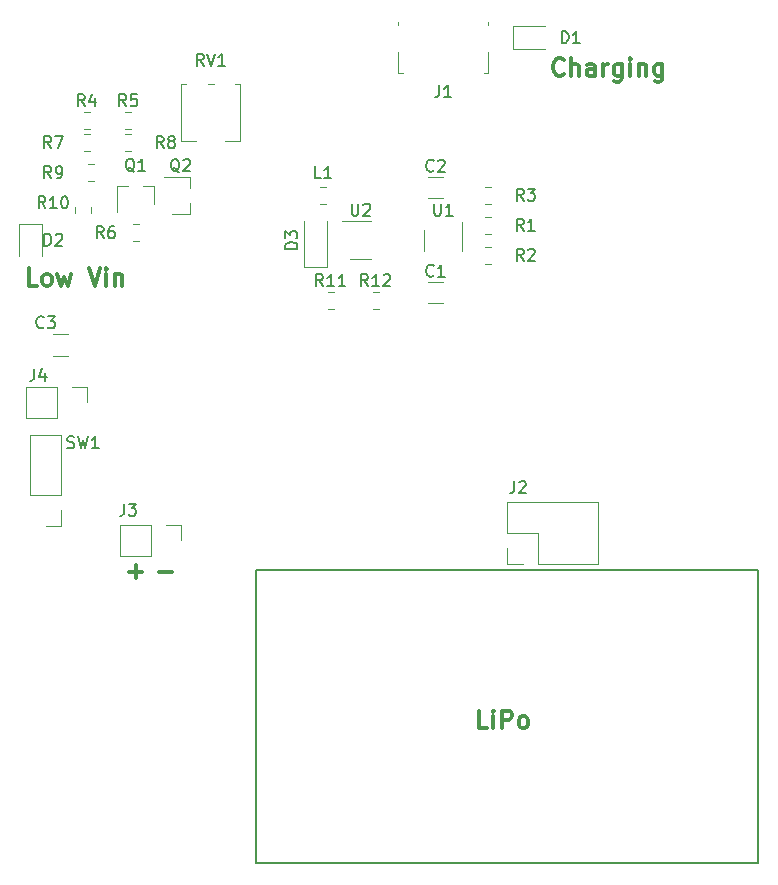
<source format=gto>
G04 #@! TF.GenerationSoftware,KiCad,Pcbnew,5.0.2-bee76a0~70~ubuntu18.04.1*
G04 #@! TF.CreationDate,2018-12-13T21:58:58+02:00*
G04 #@! TF.ProjectId,component_tester_adapter,636f6d70-6f6e-4656-9e74-5f7465737465,rev?*
G04 #@! TF.SameCoordinates,Original*
G04 #@! TF.FileFunction,Legend,Top*
G04 #@! TF.FilePolarity,Positive*
%FSLAX46Y46*%
G04 Gerber Fmt 4.6, Leading zero omitted, Abs format (unit mm)*
G04 Created by KiCad (PCBNEW 5.0.2-bee76a0~70~ubuntu18.04.1) date Thu 13 Dec 2018 09:58:58 PM EET*
%MOMM*%
%LPD*%
G01*
G04 APERTURE LIST*
%ADD10C,0.300000*%
%ADD11C,0.200000*%
%ADD12C,0.120000*%
%ADD13C,0.150000*%
G04 APERTURE END LIST*
D10*
X179130000Y-46255714D02*
X179058571Y-46327142D01*
X178844285Y-46398571D01*
X178701428Y-46398571D01*
X178487142Y-46327142D01*
X178344285Y-46184285D01*
X178272857Y-46041428D01*
X178201428Y-45755714D01*
X178201428Y-45541428D01*
X178272857Y-45255714D01*
X178344285Y-45112857D01*
X178487142Y-44970000D01*
X178701428Y-44898571D01*
X178844285Y-44898571D01*
X179058571Y-44970000D01*
X179130000Y-45041428D01*
X179772857Y-46398571D02*
X179772857Y-44898571D01*
X180415714Y-46398571D02*
X180415714Y-45612857D01*
X180344285Y-45470000D01*
X180201428Y-45398571D01*
X179987142Y-45398571D01*
X179844285Y-45470000D01*
X179772857Y-45541428D01*
X181772857Y-46398571D02*
X181772857Y-45612857D01*
X181701428Y-45470000D01*
X181558571Y-45398571D01*
X181272857Y-45398571D01*
X181130000Y-45470000D01*
X181772857Y-46327142D02*
X181630000Y-46398571D01*
X181272857Y-46398571D01*
X181130000Y-46327142D01*
X181058571Y-46184285D01*
X181058571Y-46041428D01*
X181130000Y-45898571D01*
X181272857Y-45827142D01*
X181630000Y-45827142D01*
X181772857Y-45755714D01*
X182487142Y-46398571D02*
X182487142Y-45398571D01*
X182487142Y-45684285D02*
X182558571Y-45541428D01*
X182630000Y-45470000D01*
X182772857Y-45398571D01*
X182915714Y-45398571D01*
X184058571Y-45398571D02*
X184058571Y-46612857D01*
X183987142Y-46755714D01*
X183915714Y-46827142D01*
X183772857Y-46898571D01*
X183558571Y-46898571D01*
X183415714Y-46827142D01*
X184058571Y-46327142D02*
X183915714Y-46398571D01*
X183630000Y-46398571D01*
X183487142Y-46327142D01*
X183415714Y-46255714D01*
X183344285Y-46112857D01*
X183344285Y-45684285D01*
X183415714Y-45541428D01*
X183487142Y-45470000D01*
X183630000Y-45398571D01*
X183915714Y-45398571D01*
X184058571Y-45470000D01*
X184772857Y-46398571D02*
X184772857Y-45398571D01*
X184772857Y-44898571D02*
X184701428Y-44970000D01*
X184772857Y-45041428D01*
X184844285Y-44970000D01*
X184772857Y-44898571D01*
X184772857Y-45041428D01*
X185487142Y-45398571D02*
X185487142Y-46398571D01*
X185487142Y-45541428D02*
X185558571Y-45470000D01*
X185701428Y-45398571D01*
X185915714Y-45398571D01*
X186058571Y-45470000D01*
X186130000Y-45612857D01*
X186130000Y-46398571D01*
X187487142Y-45398571D02*
X187487142Y-46612857D01*
X187415714Y-46755714D01*
X187344285Y-46827142D01*
X187201428Y-46898571D01*
X186987142Y-46898571D01*
X186844285Y-46827142D01*
X187487142Y-46327142D02*
X187344285Y-46398571D01*
X187058571Y-46398571D01*
X186915714Y-46327142D01*
X186844285Y-46255714D01*
X186772857Y-46112857D01*
X186772857Y-45684285D01*
X186844285Y-45541428D01*
X186915714Y-45470000D01*
X187058571Y-45398571D01*
X187344285Y-45398571D01*
X187487142Y-45470000D01*
X134545000Y-64178571D02*
X133830714Y-64178571D01*
X133830714Y-62678571D01*
X135259285Y-64178571D02*
X135116428Y-64107142D01*
X135045000Y-64035714D01*
X134973571Y-63892857D01*
X134973571Y-63464285D01*
X135045000Y-63321428D01*
X135116428Y-63250000D01*
X135259285Y-63178571D01*
X135473571Y-63178571D01*
X135616428Y-63250000D01*
X135687857Y-63321428D01*
X135759285Y-63464285D01*
X135759285Y-63892857D01*
X135687857Y-64035714D01*
X135616428Y-64107142D01*
X135473571Y-64178571D01*
X135259285Y-64178571D01*
X136259285Y-63178571D02*
X136545000Y-64178571D01*
X136830714Y-63464285D01*
X137116428Y-64178571D01*
X137402142Y-63178571D01*
X138902142Y-62678571D02*
X139402142Y-64178571D01*
X139902142Y-62678571D01*
X140402142Y-64178571D02*
X140402142Y-63178571D01*
X140402142Y-62678571D02*
X140330714Y-62750000D01*
X140402142Y-62821428D01*
X140473571Y-62750000D01*
X140402142Y-62678571D01*
X140402142Y-62821428D01*
X141116428Y-63178571D02*
X141116428Y-64178571D01*
X141116428Y-63321428D02*
X141187857Y-63250000D01*
X141330714Y-63178571D01*
X141545000Y-63178571D01*
X141687857Y-63250000D01*
X141759285Y-63392857D01*
X141759285Y-64178571D01*
X144843571Y-88372142D02*
X145986428Y-88372142D01*
X142303571Y-88372142D02*
X143446428Y-88372142D01*
X142875000Y-88943571D02*
X142875000Y-87800714D01*
D11*
X195580000Y-113030000D02*
X153035000Y-113030000D01*
X195580000Y-88265000D02*
X195580000Y-113030000D01*
X153035000Y-88265000D02*
X195580000Y-88265000D01*
X153035000Y-113030000D02*
X153035000Y-88265000D01*
D10*
X172668571Y-101643571D02*
X171954285Y-101643571D01*
X171954285Y-100143571D01*
X173168571Y-101643571D02*
X173168571Y-100643571D01*
X173168571Y-100143571D02*
X173097142Y-100215000D01*
X173168571Y-100286428D01*
X173240000Y-100215000D01*
X173168571Y-100143571D01*
X173168571Y-100286428D01*
X173882857Y-101643571D02*
X173882857Y-100143571D01*
X174454285Y-100143571D01*
X174597142Y-100215000D01*
X174668571Y-100286428D01*
X174740000Y-100429285D01*
X174740000Y-100643571D01*
X174668571Y-100786428D01*
X174597142Y-100857857D01*
X174454285Y-100929285D01*
X173882857Y-100929285D01*
X175597142Y-101643571D02*
X175454285Y-101572142D01*
X175382857Y-101500714D01*
X175311428Y-101357857D01*
X175311428Y-100929285D01*
X175382857Y-100786428D01*
X175454285Y-100715000D01*
X175597142Y-100643571D01*
X175811428Y-100643571D01*
X175954285Y-100715000D01*
X176025714Y-100786428D01*
X176097142Y-100929285D01*
X176097142Y-101357857D01*
X176025714Y-101500714D01*
X175954285Y-101572142D01*
X175811428Y-101643571D01*
X175597142Y-101643571D01*
D12*
G04 #@! TO.C,C1*
X167672936Y-63860000D02*
X168877064Y-63860000D01*
X167672936Y-65680000D02*
X168877064Y-65680000D01*
G04 #@! TO.C,C2*
X167672936Y-56790000D02*
X168877064Y-56790000D01*
X167672936Y-54970000D02*
X168877064Y-54970000D01*
G04 #@! TO.C,C3*
X137127064Y-70125000D02*
X135922936Y-70125000D01*
X137127064Y-68305000D02*
X135922936Y-68305000D01*
G04 #@! TO.C,J3*
X146745000Y-84395000D02*
X146745000Y-85725000D01*
X145415000Y-84395000D02*
X146745000Y-84395000D01*
X144145000Y-84395000D02*
X144145000Y-87055000D01*
X144145000Y-87055000D02*
X141545000Y-87055000D01*
X144145000Y-84395000D02*
X141545000Y-84395000D01*
X141545000Y-84395000D02*
X141545000Y-87055000D01*
G04 #@! TO.C,J4*
X133585000Y-72710000D02*
X133585000Y-75370000D01*
X136185000Y-72710000D02*
X133585000Y-72710000D01*
X136185000Y-75370000D02*
X133585000Y-75370000D01*
X136185000Y-72710000D02*
X136185000Y-75370000D01*
X137455000Y-72710000D02*
X138785000Y-72710000D01*
X138785000Y-72710000D02*
X138785000Y-74040000D01*
G04 #@! TO.C,SW1*
X136585000Y-76775000D02*
X133925000Y-76775000D01*
X136585000Y-81915000D02*
X136585000Y-76775000D01*
X133925000Y-81915000D02*
X133925000Y-76775000D01*
X136585000Y-81915000D02*
X133925000Y-81915000D01*
X136585000Y-83185000D02*
X136585000Y-84515000D01*
X136585000Y-84515000D02*
X135255000Y-84515000D01*
G04 #@! TO.C,J2*
X182045000Y-87710000D02*
X182045000Y-82510000D01*
X176905000Y-87710000D02*
X182045000Y-87710000D01*
X174305000Y-82510000D02*
X182045000Y-82510000D01*
X176905000Y-87710000D02*
X176905000Y-85110000D01*
X176905000Y-85110000D02*
X174305000Y-85110000D01*
X174305000Y-85110000D02*
X174305000Y-82510000D01*
X175635000Y-87710000D02*
X174305000Y-87710000D01*
X174305000Y-87710000D02*
X174305000Y-86380000D01*
G04 #@! TO.C,J1*
X165100000Y-46160000D02*
X165480000Y-46160000D01*
X165100000Y-42110000D02*
X165100000Y-41850000D01*
X165100000Y-46160000D02*
X165100000Y-44390000D01*
X172720000Y-46160000D02*
X172340000Y-46160000D01*
X172720000Y-44390000D02*
X172720000Y-46160000D01*
X172720000Y-41850000D02*
X172720000Y-42110000D01*
G04 #@! TO.C,D3*
X157115000Y-62575000D02*
X159115000Y-62575000D01*
X159115000Y-62575000D02*
X159115000Y-58675000D01*
X157115000Y-62575000D02*
X157115000Y-58675000D01*
G04 #@! TO.C,L1*
X159008578Y-57225000D02*
X158491422Y-57225000D01*
X159008578Y-55805000D02*
X158491422Y-55805000D01*
G04 #@! TO.C,D1*
X174845000Y-44140000D02*
X177530000Y-44140000D01*
X174845000Y-42220000D02*
X174845000Y-44140000D01*
X177530000Y-42220000D02*
X174845000Y-42220000D01*
G04 #@! TO.C,D2*
X134945000Y-61627500D02*
X134945000Y-58942500D01*
X134945000Y-58942500D02*
X133025000Y-58942500D01*
X133025000Y-58942500D02*
X133025000Y-61627500D01*
G04 #@! TO.C,Q1*
X144455000Y-55755000D02*
X144455000Y-57215000D01*
X141295000Y-55755000D02*
X141295000Y-57915000D01*
X141295000Y-55755000D02*
X142225000Y-55755000D01*
X144455000Y-55755000D02*
X143525000Y-55755000D01*
G04 #@! TO.C,Q2*
X147445000Y-58095000D02*
X147445000Y-57165000D01*
X147445000Y-54935000D02*
X147445000Y-55865000D01*
X147445000Y-54935000D02*
X145285000Y-54935000D01*
X147445000Y-58095000D02*
X145985000Y-58095000D01*
G04 #@! TO.C,U2*
X162825000Y-58715000D02*
X160375000Y-58715000D01*
X161025000Y-61935000D02*
X162825000Y-61935000D01*
G04 #@! TO.C,U1*
X167300000Y-59425000D02*
X167300000Y-61225000D01*
X170520000Y-61225000D02*
X170520000Y-58775000D01*
G04 #@! TO.C,RV1*
X146705000Y-51950000D02*
X146705000Y-47110000D01*
X151745000Y-51950000D02*
X151745000Y-47110000D01*
X146705000Y-51950000D02*
X147985000Y-51950000D01*
X150465000Y-51950000D02*
X151745000Y-51950000D01*
X146705000Y-47110000D02*
X147185000Y-47110000D01*
X148965000Y-47110000D02*
X149485000Y-47110000D01*
X151265000Y-47110000D02*
X151745000Y-47110000D01*
X147085000Y-51950000D02*
X147085000Y-51950000D01*
X147085000Y-51950000D02*
X147985000Y-51950000D01*
X147085000Y-51950000D02*
X147985000Y-51950000D01*
G04 #@! TO.C,R12*
X162936422Y-66115000D02*
X163453578Y-66115000D01*
X162936422Y-64695000D02*
X163453578Y-64695000D01*
G04 #@! TO.C,R2*
X172978578Y-62305000D02*
X172461422Y-62305000D01*
X172978578Y-60885000D02*
X172461422Y-60885000D01*
G04 #@! TO.C,R1*
X172461422Y-59765000D02*
X172978578Y-59765000D01*
X172461422Y-58345000D02*
X172978578Y-58345000D01*
G04 #@! TO.C,R3*
X172461422Y-55805000D02*
X172978578Y-55805000D01*
X172461422Y-57225000D02*
X172978578Y-57225000D01*
G04 #@! TO.C,R4*
X138473922Y-50875000D02*
X138991078Y-50875000D01*
X138473922Y-49455000D02*
X138991078Y-49455000D01*
G04 #@! TO.C,R5*
X141981422Y-49455000D02*
X142498578Y-49455000D01*
X141981422Y-50875000D02*
X142498578Y-50875000D01*
G04 #@! TO.C,R6*
X142616422Y-60400000D02*
X143133578Y-60400000D01*
X142616422Y-58980000D02*
X143133578Y-58980000D01*
G04 #@! TO.C,R7*
X138473922Y-51360000D02*
X138991078Y-51360000D01*
X138473922Y-52780000D02*
X138991078Y-52780000D01*
G04 #@! TO.C,R8*
X141981422Y-52780000D02*
X142498578Y-52780000D01*
X141981422Y-51360000D02*
X142498578Y-51360000D01*
G04 #@! TO.C,R9*
X138806422Y-53900000D02*
X139323578Y-53900000D01*
X138806422Y-55320000D02*
X139323578Y-55320000D01*
G04 #@! TO.C,R10*
X137720000Y-57526422D02*
X137720000Y-58043578D01*
X139140000Y-57526422D02*
X139140000Y-58043578D01*
G04 #@! TO.C,R11*
X159126422Y-64695000D02*
X159643578Y-64695000D01*
X159126422Y-66115000D02*
X159643578Y-66115000D01*
G04 #@! TO.C,C1*
D13*
X168108333Y-63307142D02*
X168060714Y-63354761D01*
X167917857Y-63402380D01*
X167822619Y-63402380D01*
X167679761Y-63354761D01*
X167584523Y-63259523D01*
X167536904Y-63164285D01*
X167489285Y-62973809D01*
X167489285Y-62830952D01*
X167536904Y-62640476D01*
X167584523Y-62545238D01*
X167679761Y-62450000D01*
X167822619Y-62402380D01*
X167917857Y-62402380D01*
X168060714Y-62450000D01*
X168108333Y-62497619D01*
X169060714Y-63402380D02*
X168489285Y-63402380D01*
X168775000Y-63402380D02*
X168775000Y-62402380D01*
X168679761Y-62545238D01*
X168584523Y-62640476D01*
X168489285Y-62688095D01*
G04 #@! TO.C,C2*
X168108333Y-54417142D02*
X168060714Y-54464761D01*
X167917857Y-54512380D01*
X167822619Y-54512380D01*
X167679761Y-54464761D01*
X167584523Y-54369523D01*
X167536904Y-54274285D01*
X167489285Y-54083809D01*
X167489285Y-53940952D01*
X167536904Y-53750476D01*
X167584523Y-53655238D01*
X167679761Y-53560000D01*
X167822619Y-53512380D01*
X167917857Y-53512380D01*
X168060714Y-53560000D01*
X168108333Y-53607619D01*
X168489285Y-53607619D02*
X168536904Y-53560000D01*
X168632142Y-53512380D01*
X168870238Y-53512380D01*
X168965476Y-53560000D01*
X169013095Y-53607619D01*
X169060714Y-53702857D01*
X169060714Y-53798095D01*
X169013095Y-53940952D01*
X168441666Y-54512380D01*
X169060714Y-54512380D01*
G04 #@! TO.C,C3*
X135088333Y-67667142D02*
X135040714Y-67714761D01*
X134897857Y-67762380D01*
X134802619Y-67762380D01*
X134659761Y-67714761D01*
X134564523Y-67619523D01*
X134516904Y-67524285D01*
X134469285Y-67333809D01*
X134469285Y-67190952D01*
X134516904Y-67000476D01*
X134564523Y-66905238D01*
X134659761Y-66810000D01*
X134802619Y-66762380D01*
X134897857Y-66762380D01*
X135040714Y-66810000D01*
X135088333Y-66857619D01*
X135421666Y-66762380D02*
X136040714Y-66762380D01*
X135707380Y-67143333D01*
X135850238Y-67143333D01*
X135945476Y-67190952D01*
X135993095Y-67238571D01*
X136040714Y-67333809D01*
X136040714Y-67571904D01*
X135993095Y-67667142D01*
X135945476Y-67714761D01*
X135850238Y-67762380D01*
X135564523Y-67762380D01*
X135469285Y-67714761D01*
X135421666Y-67667142D01*
G04 #@! TO.C,J3*
X141906666Y-82637380D02*
X141906666Y-83351666D01*
X141859047Y-83494523D01*
X141763809Y-83589761D01*
X141620952Y-83637380D01*
X141525714Y-83637380D01*
X142287619Y-82637380D02*
X142906666Y-82637380D01*
X142573333Y-83018333D01*
X142716190Y-83018333D01*
X142811428Y-83065952D01*
X142859047Y-83113571D01*
X142906666Y-83208809D01*
X142906666Y-83446904D01*
X142859047Y-83542142D01*
X142811428Y-83589761D01*
X142716190Y-83637380D01*
X142430476Y-83637380D01*
X142335238Y-83589761D01*
X142287619Y-83542142D01*
G04 #@! TO.C,J4*
X134286666Y-71207380D02*
X134286666Y-71921666D01*
X134239047Y-72064523D01*
X134143809Y-72159761D01*
X134000952Y-72207380D01*
X133905714Y-72207380D01*
X135191428Y-71540714D02*
X135191428Y-72207380D01*
X134953333Y-71159761D02*
X134715238Y-71874047D01*
X135334285Y-71874047D01*
G04 #@! TO.C,SW1*
X137096666Y-77874761D02*
X137239523Y-77922380D01*
X137477619Y-77922380D01*
X137572857Y-77874761D01*
X137620476Y-77827142D01*
X137668095Y-77731904D01*
X137668095Y-77636666D01*
X137620476Y-77541428D01*
X137572857Y-77493809D01*
X137477619Y-77446190D01*
X137287142Y-77398571D01*
X137191904Y-77350952D01*
X137144285Y-77303333D01*
X137096666Y-77208095D01*
X137096666Y-77112857D01*
X137144285Y-77017619D01*
X137191904Y-76970000D01*
X137287142Y-76922380D01*
X137525238Y-76922380D01*
X137668095Y-76970000D01*
X138001428Y-76922380D02*
X138239523Y-77922380D01*
X138430000Y-77208095D01*
X138620476Y-77922380D01*
X138858571Y-76922380D01*
X139763333Y-77922380D02*
X139191904Y-77922380D01*
X139477619Y-77922380D02*
X139477619Y-76922380D01*
X139382380Y-77065238D01*
X139287142Y-77160476D01*
X139191904Y-77208095D01*
G04 #@! TO.C,J2*
X174926666Y-80732380D02*
X174926666Y-81446666D01*
X174879047Y-81589523D01*
X174783809Y-81684761D01*
X174640952Y-81732380D01*
X174545714Y-81732380D01*
X175355238Y-80827619D02*
X175402857Y-80780000D01*
X175498095Y-80732380D01*
X175736190Y-80732380D01*
X175831428Y-80780000D01*
X175879047Y-80827619D01*
X175926666Y-80922857D01*
X175926666Y-81018095D01*
X175879047Y-81160952D01*
X175307619Y-81732380D01*
X175926666Y-81732380D01*
G04 #@! TO.C,J1*
X168576666Y-47202380D02*
X168576666Y-47916666D01*
X168529047Y-48059523D01*
X168433809Y-48154761D01*
X168290952Y-48202380D01*
X168195714Y-48202380D01*
X169576666Y-48202380D02*
X169005238Y-48202380D01*
X169290952Y-48202380D02*
X169290952Y-47202380D01*
X169195714Y-47345238D01*
X169100476Y-47440476D01*
X169005238Y-47488095D01*
G04 #@! TO.C,D3*
X156567380Y-61063095D02*
X155567380Y-61063095D01*
X155567380Y-60825000D01*
X155615000Y-60682142D01*
X155710238Y-60586904D01*
X155805476Y-60539285D01*
X155995952Y-60491666D01*
X156138809Y-60491666D01*
X156329285Y-60539285D01*
X156424523Y-60586904D01*
X156519761Y-60682142D01*
X156567380Y-60825000D01*
X156567380Y-61063095D01*
X155567380Y-60158333D02*
X155567380Y-59539285D01*
X155948333Y-59872619D01*
X155948333Y-59729761D01*
X155995952Y-59634523D01*
X156043571Y-59586904D01*
X156138809Y-59539285D01*
X156376904Y-59539285D01*
X156472142Y-59586904D01*
X156519761Y-59634523D01*
X156567380Y-59729761D01*
X156567380Y-60015476D01*
X156519761Y-60110714D01*
X156472142Y-60158333D01*
G04 #@! TO.C,L1*
X158583333Y-55062380D02*
X158107142Y-55062380D01*
X158107142Y-54062380D01*
X159440476Y-55062380D02*
X158869047Y-55062380D01*
X159154761Y-55062380D02*
X159154761Y-54062380D01*
X159059523Y-54205238D01*
X158964285Y-54300476D01*
X158869047Y-54348095D01*
G04 #@! TO.C,D1*
X178966904Y-43632380D02*
X178966904Y-42632380D01*
X179205000Y-42632380D01*
X179347857Y-42680000D01*
X179443095Y-42775238D01*
X179490714Y-42870476D01*
X179538333Y-43060952D01*
X179538333Y-43203809D01*
X179490714Y-43394285D01*
X179443095Y-43489523D01*
X179347857Y-43584761D01*
X179205000Y-43632380D01*
X178966904Y-43632380D01*
X180490714Y-43632380D02*
X179919285Y-43632380D01*
X180205000Y-43632380D02*
X180205000Y-42632380D01*
X180109761Y-42775238D01*
X180014523Y-42870476D01*
X179919285Y-42918095D01*
G04 #@! TO.C,D2*
X135151904Y-60777380D02*
X135151904Y-59777380D01*
X135390000Y-59777380D01*
X135532857Y-59825000D01*
X135628095Y-59920238D01*
X135675714Y-60015476D01*
X135723333Y-60205952D01*
X135723333Y-60348809D01*
X135675714Y-60539285D01*
X135628095Y-60634523D01*
X135532857Y-60729761D01*
X135390000Y-60777380D01*
X135151904Y-60777380D01*
X136104285Y-59872619D02*
X136151904Y-59825000D01*
X136247142Y-59777380D01*
X136485238Y-59777380D01*
X136580476Y-59825000D01*
X136628095Y-59872619D01*
X136675714Y-59967857D01*
X136675714Y-60063095D01*
X136628095Y-60205952D01*
X136056666Y-60777380D01*
X136675714Y-60777380D01*
G04 #@! TO.C,Q1*
X142779761Y-54522619D02*
X142684523Y-54475000D01*
X142589285Y-54379761D01*
X142446428Y-54236904D01*
X142351190Y-54189285D01*
X142255952Y-54189285D01*
X142303571Y-54427380D02*
X142208333Y-54379761D01*
X142113095Y-54284523D01*
X142065476Y-54094047D01*
X142065476Y-53760714D01*
X142113095Y-53570238D01*
X142208333Y-53475000D01*
X142303571Y-53427380D01*
X142494047Y-53427380D01*
X142589285Y-53475000D01*
X142684523Y-53570238D01*
X142732142Y-53760714D01*
X142732142Y-54094047D01*
X142684523Y-54284523D01*
X142589285Y-54379761D01*
X142494047Y-54427380D01*
X142303571Y-54427380D01*
X143684523Y-54427380D02*
X143113095Y-54427380D01*
X143398809Y-54427380D02*
X143398809Y-53427380D01*
X143303571Y-53570238D01*
X143208333Y-53665476D01*
X143113095Y-53713095D01*
G04 #@! TO.C,Q2*
X146589761Y-54562619D02*
X146494523Y-54515000D01*
X146399285Y-54419761D01*
X146256428Y-54276904D01*
X146161190Y-54229285D01*
X146065952Y-54229285D01*
X146113571Y-54467380D02*
X146018333Y-54419761D01*
X145923095Y-54324523D01*
X145875476Y-54134047D01*
X145875476Y-53800714D01*
X145923095Y-53610238D01*
X146018333Y-53515000D01*
X146113571Y-53467380D01*
X146304047Y-53467380D01*
X146399285Y-53515000D01*
X146494523Y-53610238D01*
X146542142Y-53800714D01*
X146542142Y-54134047D01*
X146494523Y-54324523D01*
X146399285Y-54419761D01*
X146304047Y-54467380D01*
X146113571Y-54467380D01*
X146923095Y-53562619D02*
X146970714Y-53515000D01*
X147065952Y-53467380D01*
X147304047Y-53467380D01*
X147399285Y-53515000D01*
X147446904Y-53562619D01*
X147494523Y-53657857D01*
X147494523Y-53753095D01*
X147446904Y-53895952D01*
X146875476Y-54467380D01*
X147494523Y-54467380D01*
G04 #@! TO.C,U2*
X161163095Y-57237380D02*
X161163095Y-58046904D01*
X161210714Y-58142142D01*
X161258333Y-58189761D01*
X161353571Y-58237380D01*
X161544047Y-58237380D01*
X161639285Y-58189761D01*
X161686904Y-58142142D01*
X161734523Y-58046904D01*
X161734523Y-57237380D01*
X162163095Y-57332619D02*
X162210714Y-57285000D01*
X162305952Y-57237380D01*
X162544047Y-57237380D01*
X162639285Y-57285000D01*
X162686904Y-57332619D01*
X162734523Y-57427857D01*
X162734523Y-57523095D01*
X162686904Y-57665952D01*
X162115476Y-58237380D01*
X162734523Y-58237380D01*
G04 #@! TO.C,U1*
X168148095Y-57237380D02*
X168148095Y-58046904D01*
X168195714Y-58142142D01*
X168243333Y-58189761D01*
X168338571Y-58237380D01*
X168529047Y-58237380D01*
X168624285Y-58189761D01*
X168671904Y-58142142D01*
X168719523Y-58046904D01*
X168719523Y-57237380D01*
X169719523Y-58237380D02*
X169148095Y-58237380D01*
X169433809Y-58237380D02*
X169433809Y-57237380D01*
X169338571Y-57380238D01*
X169243333Y-57475476D01*
X169148095Y-57523095D01*
G04 #@! TO.C,RV1*
X148629761Y-45537380D02*
X148296428Y-45061190D01*
X148058333Y-45537380D02*
X148058333Y-44537380D01*
X148439285Y-44537380D01*
X148534523Y-44585000D01*
X148582142Y-44632619D01*
X148629761Y-44727857D01*
X148629761Y-44870714D01*
X148582142Y-44965952D01*
X148534523Y-45013571D01*
X148439285Y-45061190D01*
X148058333Y-45061190D01*
X148915476Y-44537380D02*
X149248809Y-45537380D01*
X149582142Y-44537380D01*
X150439285Y-45537380D02*
X149867857Y-45537380D01*
X150153571Y-45537380D02*
X150153571Y-44537380D01*
X150058333Y-44680238D01*
X149963095Y-44775476D01*
X149867857Y-44823095D01*
G04 #@! TO.C,R12*
X162552142Y-64207380D02*
X162218809Y-63731190D01*
X161980714Y-64207380D02*
X161980714Y-63207380D01*
X162361666Y-63207380D01*
X162456904Y-63255000D01*
X162504523Y-63302619D01*
X162552142Y-63397857D01*
X162552142Y-63540714D01*
X162504523Y-63635952D01*
X162456904Y-63683571D01*
X162361666Y-63731190D01*
X161980714Y-63731190D01*
X163504523Y-64207380D02*
X162933095Y-64207380D01*
X163218809Y-64207380D02*
X163218809Y-63207380D01*
X163123571Y-63350238D01*
X163028333Y-63445476D01*
X162933095Y-63493095D01*
X163885476Y-63302619D02*
X163933095Y-63255000D01*
X164028333Y-63207380D01*
X164266428Y-63207380D01*
X164361666Y-63255000D01*
X164409285Y-63302619D01*
X164456904Y-63397857D01*
X164456904Y-63493095D01*
X164409285Y-63635952D01*
X163837857Y-64207380D01*
X164456904Y-64207380D01*
G04 #@! TO.C,R2*
X175728333Y-62047380D02*
X175395000Y-61571190D01*
X175156904Y-62047380D02*
X175156904Y-61047380D01*
X175537857Y-61047380D01*
X175633095Y-61095000D01*
X175680714Y-61142619D01*
X175728333Y-61237857D01*
X175728333Y-61380714D01*
X175680714Y-61475952D01*
X175633095Y-61523571D01*
X175537857Y-61571190D01*
X175156904Y-61571190D01*
X176109285Y-61142619D02*
X176156904Y-61095000D01*
X176252142Y-61047380D01*
X176490238Y-61047380D01*
X176585476Y-61095000D01*
X176633095Y-61142619D01*
X176680714Y-61237857D01*
X176680714Y-61333095D01*
X176633095Y-61475952D01*
X176061666Y-62047380D01*
X176680714Y-62047380D01*
G04 #@! TO.C,R1*
X175728333Y-59507380D02*
X175395000Y-59031190D01*
X175156904Y-59507380D02*
X175156904Y-58507380D01*
X175537857Y-58507380D01*
X175633095Y-58555000D01*
X175680714Y-58602619D01*
X175728333Y-58697857D01*
X175728333Y-58840714D01*
X175680714Y-58935952D01*
X175633095Y-58983571D01*
X175537857Y-59031190D01*
X175156904Y-59031190D01*
X176680714Y-59507380D02*
X176109285Y-59507380D01*
X176395000Y-59507380D02*
X176395000Y-58507380D01*
X176299761Y-58650238D01*
X176204523Y-58745476D01*
X176109285Y-58793095D01*
G04 #@! TO.C,R3*
X175728333Y-56967380D02*
X175395000Y-56491190D01*
X175156904Y-56967380D02*
X175156904Y-55967380D01*
X175537857Y-55967380D01*
X175633095Y-56015000D01*
X175680714Y-56062619D01*
X175728333Y-56157857D01*
X175728333Y-56300714D01*
X175680714Y-56395952D01*
X175633095Y-56443571D01*
X175537857Y-56491190D01*
X175156904Y-56491190D01*
X176061666Y-55967380D02*
X176680714Y-55967380D01*
X176347380Y-56348333D01*
X176490238Y-56348333D01*
X176585476Y-56395952D01*
X176633095Y-56443571D01*
X176680714Y-56538809D01*
X176680714Y-56776904D01*
X176633095Y-56872142D01*
X176585476Y-56919761D01*
X176490238Y-56967380D01*
X176204523Y-56967380D01*
X176109285Y-56919761D01*
X176061666Y-56872142D01*
G04 #@! TO.C,R4*
X138565833Y-48967380D02*
X138232500Y-48491190D01*
X137994404Y-48967380D02*
X137994404Y-47967380D01*
X138375357Y-47967380D01*
X138470595Y-48015000D01*
X138518214Y-48062619D01*
X138565833Y-48157857D01*
X138565833Y-48300714D01*
X138518214Y-48395952D01*
X138470595Y-48443571D01*
X138375357Y-48491190D01*
X137994404Y-48491190D01*
X139422976Y-48300714D02*
X139422976Y-48967380D01*
X139184880Y-47919761D02*
X138946785Y-48634047D01*
X139565833Y-48634047D01*
G04 #@! TO.C,R5*
X142073333Y-48967380D02*
X141740000Y-48491190D01*
X141501904Y-48967380D02*
X141501904Y-47967380D01*
X141882857Y-47967380D01*
X141978095Y-48015000D01*
X142025714Y-48062619D01*
X142073333Y-48157857D01*
X142073333Y-48300714D01*
X142025714Y-48395952D01*
X141978095Y-48443571D01*
X141882857Y-48491190D01*
X141501904Y-48491190D01*
X142978095Y-47967380D02*
X142501904Y-47967380D01*
X142454285Y-48443571D01*
X142501904Y-48395952D01*
X142597142Y-48348333D01*
X142835238Y-48348333D01*
X142930476Y-48395952D01*
X142978095Y-48443571D01*
X143025714Y-48538809D01*
X143025714Y-48776904D01*
X142978095Y-48872142D01*
X142930476Y-48919761D01*
X142835238Y-48967380D01*
X142597142Y-48967380D01*
X142501904Y-48919761D01*
X142454285Y-48872142D01*
G04 #@! TO.C,R6*
X140168333Y-60142380D02*
X139835000Y-59666190D01*
X139596904Y-60142380D02*
X139596904Y-59142380D01*
X139977857Y-59142380D01*
X140073095Y-59190000D01*
X140120714Y-59237619D01*
X140168333Y-59332857D01*
X140168333Y-59475714D01*
X140120714Y-59570952D01*
X140073095Y-59618571D01*
X139977857Y-59666190D01*
X139596904Y-59666190D01*
X141025476Y-59142380D02*
X140835000Y-59142380D01*
X140739761Y-59190000D01*
X140692142Y-59237619D01*
X140596904Y-59380476D01*
X140549285Y-59570952D01*
X140549285Y-59951904D01*
X140596904Y-60047142D01*
X140644523Y-60094761D01*
X140739761Y-60142380D01*
X140930238Y-60142380D01*
X141025476Y-60094761D01*
X141073095Y-60047142D01*
X141120714Y-59951904D01*
X141120714Y-59713809D01*
X141073095Y-59618571D01*
X141025476Y-59570952D01*
X140930238Y-59523333D01*
X140739761Y-59523333D01*
X140644523Y-59570952D01*
X140596904Y-59618571D01*
X140549285Y-59713809D01*
G04 #@! TO.C,R7*
X135723333Y-52522380D02*
X135390000Y-52046190D01*
X135151904Y-52522380D02*
X135151904Y-51522380D01*
X135532857Y-51522380D01*
X135628095Y-51570000D01*
X135675714Y-51617619D01*
X135723333Y-51712857D01*
X135723333Y-51855714D01*
X135675714Y-51950952D01*
X135628095Y-51998571D01*
X135532857Y-52046190D01*
X135151904Y-52046190D01*
X136056666Y-51522380D02*
X136723333Y-51522380D01*
X136294761Y-52522380D01*
G04 #@! TO.C,R8*
X145248333Y-52522380D02*
X144915000Y-52046190D01*
X144676904Y-52522380D02*
X144676904Y-51522380D01*
X145057857Y-51522380D01*
X145153095Y-51570000D01*
X145200714Y-51617619D01*
X145248333Y-51712857D01*
X145248333Y-51855714D01*
X145200714Y-51950952D01*
X145153095Y-51998571D01*
X145057857Y-52046190D01*
X144676904Y-52046190D01*
X145819761Y-51950952D02*
X145724523Y-51903333D01*
X145676904Y-51855714D01*
X145629285Y-51760476D01*
X145629285Y-51712857D01*
X145676904Y-51617619D01*
X145724523Y-51570000D01*
X145819761Y-51522380D01*
X146010238Y-51522380D01*
X146105476Y-51570000D01*
X146153095Y-51617619D01*
X146200714Y-51712857D01*
X146200714Y-51760476D01*
X146153095Y-51855714D01*
X146105476Y-51903333D01*
X146010238Y-51950952D01*
X145819761Y-51950952D01*
X145724523Y-51998571D01*
X145676904Y-52046190D01*
X145629285Y-52141428D01*
X145629285Y-52331904D01*
X145676904Y-52427142D01*
X145724523Y-52474761D01*
X145819761Y-52522380D01*
X146010238Y-52522380D01*
X146105476Y-52474761D01*
X146153095Y-52427142D01*
X146200714Y-52331904D01*
X146200714Y-52141428D01*
X146153095Y-52046190D01*
X146105476Y-51998571D01*
X146010238Y-51950952D01*
G04 #@! TO.C,R9*
X135723333Y-55062380D02*
X135390000Y-54586190D01*
X135151904Y-55062380D02*
X135151904Y-54062380D01*
X135532857Y-54062380D01*
X135628095Y-54110000D01*
X135675714Y-54157619D01*
X135723333Y-54252857D01*
X135723333Y-54395714D01*
X135675714Y-54490952D01*
X135628095Y-54538571D01*
X135532857Y-54586190D01*
X135151904Y-54586190D01*
X136199523Y-55062380D02*
X136390000Y-55062380D01*
X136485238Y-55014761D01*
X136532857Y-54967142D01*
X136628095Y-54824285D01*
X136675714Y-54633809D01*
X136675714Y-54252857D01*
X136628095Y-54157619D01*
X136580476Y-54110000D01*
X136485238Y-54062380D01*
X136294761Y-54062380D01*
X136199523Y-54110000D01*
X136151904Y-54157619D01*
X136104285Y-54252857D01*
X136104285Y-54490952D01*
X136151904Y-54586190D01*
X136199523Y-54633809D01*
X136294761Y-54681428D01*
X136485238Y-54681428D01*
X136580476Y-54633809D01*
X136628095Y-54586190D01*
X136675714Y-54490952D01*
G04 #@! TO.C,R10*
X135247142Y-57602380D02*
X134913809Y-57126190D01*
X134675714Y-57602380D02*
X134675714Y-56602380D01*
X135056666Y-56602380D01*
X135151904Y-56650000D01*
X135199523Y-56697619D01*
X135247142Y-56792857D01*
X135247142Y-56935714D01*
X135199523Y-57030952D01*
X135151904Y-57078571D01*
X135056666Y-57126190D01*
X134675714Y-57126190D01*
X136199523Y-57602380D02*
X135628095Y-57602380D01*
X135913809Y-57602380D02*
X135913809Y-56602380D01*
X135818571Y-56745238D01*
X135723333Y-56840476D01*
X135628095Y-56888095D01*
X136818571Y-56602380D02*
X136913809Y-56602380D01*
X137009047Y-56650000D01*
X137056666Y-56697619D01*
X137104285Y-56792857D01*
X137151904Y-56983333D01*
X137151904Y-57221428D01*
X137104285Y-57411904D01*
X137056666Y-57507142D01*
X137009047Y-57554761D01*
X136913809Y-57602380D01*
X136818571Y-57602380D01*
X136723333Y-57554761D01*
X136675714Y-57507142D01*
X136628095Y-57411904D01*
X136580476Y-57221428D01*
X136580476Y-56983333D01*
X136628095Y-56792857D01*
X136675714Y-56697619D01*
X136723333Y-56650000D01*
X136818571Y-56602380D01*
G04 #@! TO.C,R11*
X158742142Y-64207380D02*
X158408809Y-63731190D01*
X158170714Y-64207380D02*
X158170714Y-63207380D01*
X158551666Y-63207380D01*
X158646904Y-63255000D01*
X158694523Y-63302619D01*
X158742142Y-63397857D01*
X158742142Y-63540714D01*
X158694523Y-63635952D01*
X158646904Y-63683571D01*
X158551666Y-63731190D01*
X158170714Y-63731190D01*
X159694523Y-64207380D02*
X159123095Y-64207380D01*
X159408809Y-64207380D02*
X159408809Y-63207380D01*
X159313571Y-63350238D01*
X159218333Y-63445476D01*
X159123095Y-63493095D01*
X160646904Y-64207380D02*
X160075476Y-64207380D01*
X160361190Y-64207380D02*
X160361190Y-63207380D01*
X160265952Y-63350238D01*
X160170714Y-63445476D01*
X160075476Y-63493095D01*
G04 #@! TD*
M02*

</source>
